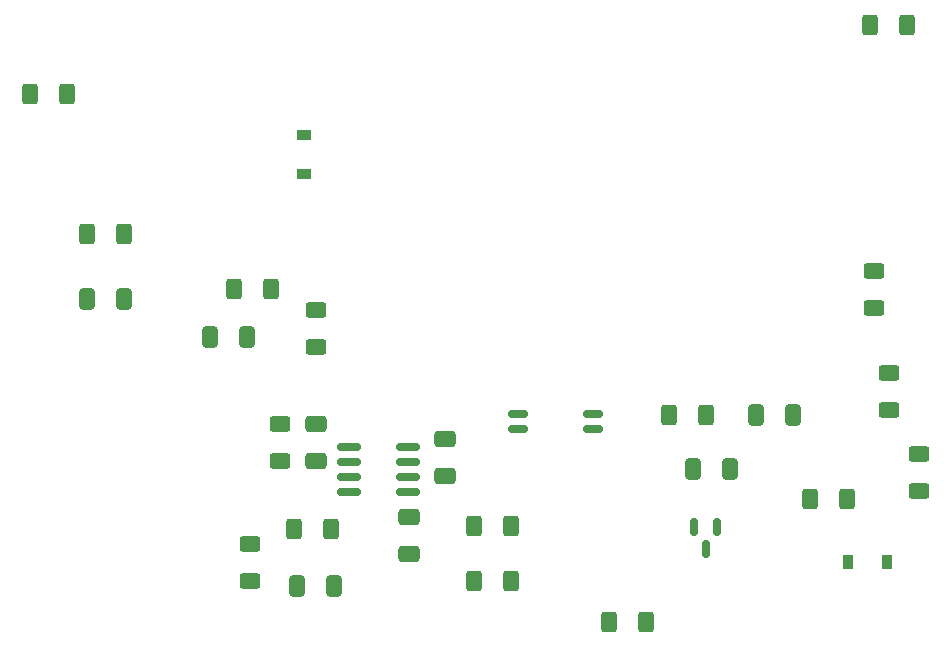
<source format=gbp>
G04 #@! TF.GenerationSoftware,KiCad,Pcbnew,(6.0.11)*
G04 #@! TF.CreationDate,2023-06-15T16:04:14+03:00*
G04 #@! TF.ProjectId,flyback_48V_48W,666c7962-6163-46b5-9f34-38565f343857,rev?*
G04 #@! TF.SameCoordinates,Original*
G04 #@! TF.FileFunction,Paste,Bot*
G04 #@! TF.FilePolarity,Positive*
%FSLAX46Y46*%
G04 Gerber Fmt 4.6, Leading zero omitted, Abs format (unit mm)*
G04 Created by KiCad (PCBNEW (6.0.11)) date 2023-06-15 16:04:14*
%MOMM*%
%LPD*%
G01*
G04 APERTURE LIST*
G04 Aperture macros list*
%AMRoundRect*
0 Rectangle with rounded corners*
0 $1 Rounding radius*
0 $2 $3 $4 $5 $6 $7 $8 $9 X,Y pos of 4 corners*
0 Add a 4 corners polygon primitive as box body*
4,1,4,$2,$3,$4,$5,$6,$7,$8,$9,$2,$3,0*
0 Add four circle primitives for the rounded corners*
1,1,$1+$1,$2,$3*
1,1,$1+$1,$4,$5*
1,1,$1+$1,$6,$7*
1,1,$1+$1,$8,$9*
0 Add four rect primitives between the rounded corners*
20,1,$1+$1,$2,$3,$4,$5,0*
20,1,$1+$1,$4,$5,$6,$7,0*
20,1,$1+$1,$6,$7,$8,$9,0*
20,1,$1+$1,$8,$9,$2,$3,0*%
G04 Aperture macros list end*
%ADD10RoundRect,0.250000X-0.400000X-0.625000X0.400000X-0.625000X0.400000X0.625000X-0.400000X0.625000X0*%
%ADD11RoundRect,0.250000X0.400000X0.625000X-0.400000X0.625000X-0.400000X-0.625000X0.400000X-0.625000X0*%
%ADD12RoundRect,0.250000X0.650000X-0.412500X0.650000X0.412500X-0.650000X0.412500X-0.650000X-0.412500X0*%
%ADD13RoundRect,0.250000X0.625000X-0.400000X0.625000X0.400000X-0.625000X0.400000X-0.625000X-0.400000X0*%
%ADD14RoundRect,0.150000X-0.825000X-0.150000X0.825000X-0.150000X0.825000X0.150000X-0.825000X0.150000X0*%
%ADD15RoundRect,0.150000X-0.662500X-0.150000X0.662500X-0.150000X0.662500X0.150000X-0.662500X0.150000X0*%
%ADD16RoundRect,0.250000X-0.650000X0.412500X-0.650000X-0.412500X0.650000X-0.412500X0.650000X0.412500X0*%
%ADD17RoundRect,0.250000X0.412500X0.650000X-0.412500X0.650000X-0.412500X-0.650000X0.412500X-0.650000X0*%
%ADD18RoundRect,0.250000X-0.625000X0.400000X-0.625000X-0.400000X0.625000X-0.400000X0.625000X0.400000X0*%
%ADD19R,1.200000X0.900000*%
%ADD20RoundRect,0.150000X-0.150000X0.587500X-0.150000X-0.587500X0.150000X-0.587500X0.150000X0.587500X0*%
%ADD21R,0.900000X1.200000*%
%ADD22RoundRect,0.250000X-0.412500X-0.650000X0.412500X-0.650000X0.412500X0.650000X-0.412500X0.650000X0*%
G04 APERTURE END LIST*
D10*
X110450000Y-64400000D03*
X113550000Y-64400000D03*
D11*
X108750000Y-52578000D03*
X105650000Y-52578000D03*
D12*
X129794000Y-83604500D03*
X129794000Y-80479500D03*
D13*
X124206000Y-93752000D03*
X124206000Y-90652000D03*
D14*
X132653000Y-86233000D03*
X132653000Y-84963000D03*
X132653000Y-83693000D03*
X132653000Y-82423000D03*
X137603000Y-82423000D03*
X137603000Y-83693000D03*
X137603000Y-84963000D03*
X137603000Y-86233000D03*
D15*
X146926500Y-80899000D03*
X146926500Y-79629000D03*
X153301500Y-79629000D03*
X153301500Y-80899000D03*
D16*
X137668000Y-88353500D03*
X137668000Y-91478500D03*
D17*
X113562500Y-69900000D03*
X110437500Y-69900000D03*
X164884500Y-84328000D03*
X161759500Y-84328000D03*
X123990500Y-73152000D03*
X120865500Y-73152000D03*
D18*
X177038000Y-67538000D03*
X177038000Y-70638000D03*
X178308000Y-76174000D03*
X178308000Y-79274000D03*
D13*
X129794000Y-73940000D03*
X129794000Y-70840000D03*
D19*
X128778000Y-59308000D03*
X128778000Y-56008000D03*
D17*
X170218500Y-79756000D03*
X167093500Y-79756000D03*
D10*
X127990000Y-89408000D03*
X131090000Y-89408000D03*
D11*
X174778000Y-86868000D03*
X171678000Y-86868000D03*
X126010000Y-69088000D03*
X122910000Y-69088000D03*
D20*
X161864000Y-89232500D03*
X163764000Y-89232500D03*
X162814000Y-91107500D03*
D11*
X146330000Y-89154000D03*
X143230000Y-89154000D03*
X157760000Y-97282000D03*
X154660000Y-97282000D03*
X146330000Y-93770000D03*
X143230000Y-93770000D03*
D21*
X174880000Y-92202000D03*
X178180000Y-92202000D03*
D22*
X128231500Y-94234000D03*
X131356500Y-94234000D03*
D11*
X162840000Y-79756000D03*
X159740000Y-79756000D03*
D12*
X140716000Y-84874500D03*
X140716000Y-81749500D03*
D13*
X126746000Y-83592000D03*
X126746000Y-80492000D03*
D18*
X180848000Y-83032000D03*
X180848000Y-86132000D03*
D11*
X179858000Y-46736000D03*
X176758000Y-46736000D03*
M02*

</source>
